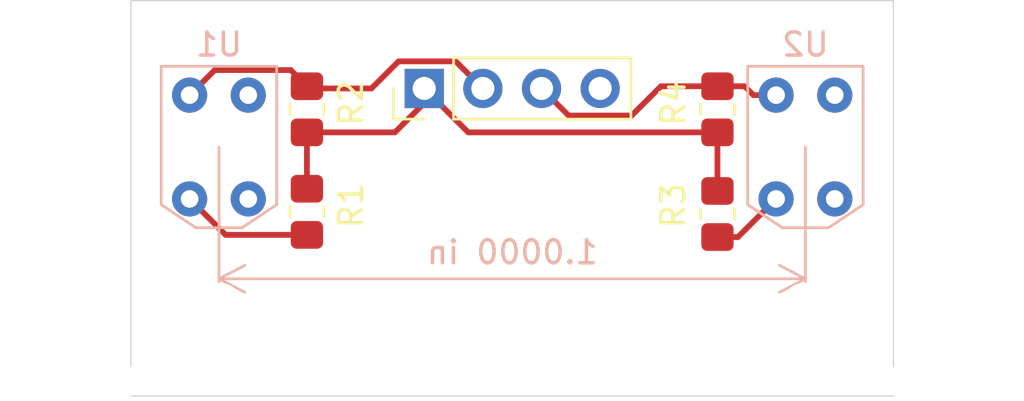
<source format=kicad_pcb>
(kicad_pcb (version 20171130) (host pcbnew "(5.1.8-0-10_14)")

  (general
    (thickness 1.6)
    (drawings 5)
    (tracks 26)
    (zones 0)
    (modules 9)
    (nets 7)
  )

  (page A4)
  (layers
    (0 F.Cu signal)
    (31 B.Cu signal)
    (32 B.Adhes user)
    (33 F.Adhes user)
    (34 B.Paste user)
    (35 F.Paste user)
    (36 B.SilkS user)
    (37 F.SilkS user)
    (38 B.Mask user)
    (39 F.Mask user)
    (40 Dwgs.User user)
    (41 Cmts.User user)
    (42 Eco1.User user)
    (43 Eco2.User user)
    (44 Edge.Cuts user)
    (45 Margin user)
    (46 B.CrtYd user)
    (47 F.CrtYd user)
    (48 B.Fab user)
    (49 F.Fab user)
  )

  (setup
    (last_trace_width 0.25)
    (trace_clearance 0.2)
    (zone_clearance 0.508)
    (zone_45_only no)
    (trace_min 0.2)
    (via_size 0.8)
    (via_drill 0.4)
    (via_min_size 0.4)
    (via_min_drill 0.3)
    (uvia_size 0.3)
    (uvia_drill 0.1)
    (uvias_allowed no)
    (uvia_min_size 0.2)
    (uvia_min_drill 0.1)
    (edge_width 0.05)
    (segment_width 0.2)
    (pcb_text_width 0.3)
    (pcb_text_size 1.5 1.5)
    (mod_edge_width 0.12)
    (mod_text_size 1 1)
    (mod_text_width 0.15)
    (pad_size 1.524 1.524)
    (pad_drill 0.762)
    (pad_to_mask_clearance 0)
    (aux_axis_origin 0 0)
    (visible_elements FFFFFF7F)
    (pcbplotparams
      (layerselection 0x010fc_ffffffff)
      (usegerberextensions false)
      (usegerberattributes true)
      (usegerberadvancedattributes true)
      (creategerberjobfile true)
      (excludeedgelayer true)
      (linewidth 0.100000)
      (plotframeref false)
      (viasonmask false)
      (mode 1)
      (useauxorigin false)
      (hpglpennumber 1)
      (hpglpenspeed 20)
      (hpglpendiameter 15.000000)
      (psnegative false)
      (psa4output false)
      (plotreference true)
      (plotvalue true)
      (plotinvisibletext false)
      (padsonsilk false)
      (subtractmaskfromsilk false)
      (outputformat 1)
      (mirror false)
      (drillshape 1)
      (scaleselection 1)
      (outputdirectory ""))
  )

  (net 0 "")
  (net 1 VCC)
  (net 2 "Net-(R1-Pad2)")
  (net 3 "Net-(R3-Pad2)")
  (net 4 GND)
  (net 5 /S1)
  (net 6 /S2)

  (net_class Default "This is the default net class."
    (clearance 0.2)
    (trace_width 0.25)
    (via_dia 0.8)
    (via_drill 0.4)
    (uvia_dia 0.3)
    (uvia_drill 0.1)
    (add_net /S1)
    (add_net /S2)
    (add_net GND)
    (add_net "Net-(R1-Pad2)")
    (add_net "Net-(R3-Pad2)")
    (add_net VCC)
  )

  (module MountingHole:MountingHole_2.2mm_M2 (layer F.Cu) (tedit 56D1B4CB) (tstamp 615BF557)
    (at 133.35 123.19)
    (descr "Mounting Hole 2.2mm, no annular, M2")
    (tags "mounting hole 2.2mm no annular m2")
    (attr virtual)
    (fp_text reference REF** (at 0 -3.2) (layer Dwgs.User)
      (effects (font (size 1 1) (thickness 0.15)))
    )
    (fp_text value MountingHole_2.2mm_M2 (at 0 3.2) (layer F.Fab)
      (effects (font (size 1 1) (thickness 0.15)))
    )
    (fp_text user %R (at 0.3 0) (layer F.Fab)
      (effects (font (size 1 1) (thickness 0.15)))
    )
    (fp_circle (center 0 0) (end 2.2 0) (layer Cmts.User) (width 0.15))
    (fp_circle (center 0 0) (end 2.45 0) (layer F.CrtYd) (width 0.05))
    (pad 1 np_thru_hole circle (at 0 0) (size 2.2 2.2) (drill 2.2) (layers *.Cu *.Mask))
  )

  (module MountingHole:MountingHole_2.2mm_M2 (layer F.Cu) (tedit 56D1B4CB) (tstamp 615BF5C6)
    (at 158.75 123.19)
    (descr "Mounting Hole 2.2mm, no annular, M2")
    (tags "mounting hole 2.2mm no annular m2")
    (attr virtual)
    (fp_text reference REF** (at 0 -3.2) (layer Dwgs.User)
      (effects (font (size 1 1) (thickness 0.15)))
    )
    (fp_text value MountingHole_2.2mm_M2 (at 0 3.2) (layer F.Fab)
      (effects (font (size 1 1) (thickness 0.15)))
    )
    (fp_text user %R (at 0.3 0) (layer F.Fab)
      (effects (font (size 1 1) (thickness 0.15)))
    )
    (fp_circle (center 0 0) (end 2.2 0) (layer Cmts.User) (width 0.15))
    (fp_circle (center 0 0) (end 2.45 0) (layer F.CrtYd) (width 0.05))
    (pad 1 np_thru_hole circle (at 0 0) (size 2.2 2.2) (drill 2.2) (layers *.Cu *.Mask))
  )

  (module Connector_PinHeader_2.54mm:PinHeader_1x04_P2.54mm_Vertical (layer F.Cu) (tedit 59FED5CC) (tstamp 615BE70D)
    (at 142.24 113.665 90)
    (descr "Through hole straight pin header, 1x04, 2.54mm pitch, single row")
    (tags "Through hole pin header THT 1x04 2.54mm single row")
    (path /615BCE3E)
    (fp_text reference J1 (at 0 3.81 180) (layer F.Fab)
      (effects (font (size 1 1) (thickness 0.15)))
    )
    (fp_text value Conn (at 0 9.95 90) (layer F.Fab)
      (effects (font (size 1 1) (thickness 0.15)))
    )
    (fp_line (start 1.8 -1.8) (end -1.8 -1.8) (layer F.CrtYd) (width 0.05))
    (fp_line (start 1.8 9.4) (end 1.8 -1.8) (layer F.CrtYd) (width 0.05))
    (fp_line (start -1.8 9.4) (end 1.8 9.4) (layer F.CrtYd) (width 0.05))
    (fp_line (start -1.8 -1.8) (end -1.8 9.4) (layer F.CrtYd) (width 0.05))
    (fp_line (start -1.33 -1.33) (end 0 -1.33) (layer F.SilkS) (width 0.12))
    (fp_line (start -1.33 0) (end -1.33 -1.33) (layer F.SilkS) (width 0.12))
    (fp_line (start -1.33 1.27) (end 1.33 1.27) (layer F.SilkS) (width 0.12))
    (fp_line (start 1.33 1.27) (end 1.33 8.95) (layer F.SilkS) (width 0.12))
    (fp_line (start -1.33 1.27) (end -1.33 8.95) (layer F.SilkS) (width 0.12))
    (fp_line (start -1.33 8.95) (end 1.33 8.95) (layer F.SilkS) (width 0.12))
    (fp_line (start -1.27 -0.635) (end -0.635 -1.27) (layer F.Fab) (width 0.1))
    (fp_line (start -1.27 8.89) (end -1.27 -0.635) (layer F.Fab) (width 0.1))
    (fp_line (start 1.27 8.89) (end -1.27 8.89) (layer F.Fab) (width 0.1))
    (fp_line (start 1.27 -1.27) (end 1.27 8.89) (layer F.Fab) (width 0.1))
    (fp_line (start -0.635 -1.27) (end 1.27 -1.27) (layer F.Fab) (width 0.1))
    (fp_text user %R (at 0 3.81 180) (layer F.Fab)
      (effects (font (size 1 1) (thickness 0.15)))
    )
    (pad 1 thru_hole rect (at 0 0 90) (size 1.7 1.7) (drill 1) (layers *.Cu *.Mask)
      (net 1 VCC))
    (pad 2 thru_hole oval (at 0 2.54 90) (size 1.7 1.7) (drill 1) (layers *.Cu *.Mask)
      (net 5 /S1))
    (pad 3 thru_hole oval (at 0 5.08 90) (size 1.7 1.7) (drill 1) (layers *.Cu *.Mask)
      (net 6 /S2))
    (pad 4 thru_hole oval (at 0 7.62 90) (size 1.7 1.7) (drill 1) (layers *.Cu *.Mask)
      (net 4 GND))
    (model ${KISYS3DMOD}/Connector_PinHeader_2.54mm.3dshapes/PinHeader_1x04_P2.54mm_Vertical.wrl
      (at (xyz 0 0 0))
      (scale (xyz 1 1 1))
      (rotate (xyz 0 0 0))
    )
  )

  (module Resistor_SMD:R_0805_2012Metric_Pad1.20x1.40mm_HandSolder (layer F.Cu) (tedit 5F68FEEE) (tstamp 615BDFFB)
    (at 137.16 119.015 270)
    (descr "Resistor SMD 0805 (2012 Metric), square (rectangular) end terminal, IPC_7351 nominal with elongated pad for handsoldering. (Body size source: IPC-SM-782 page 72, https://www.pcb-3d.com/wordpress/wp-content/uploads/ipc-sm-782a_amendment_1_and_2.pdf), generated with kicad-footprint-generator")
    (tags "resistor handsolder")
    (path /615B5E62)
    (attr smd)
    (fp_text reference R1 (at -0.27 -1.905 270) (layer F.SilkS)
      (effects (font (size 1 1) (thickness 0.15)))
    )
    (fp_text value 200 (at 0 -1.905 90) (layer F.Fab)
      (effects (font (size 1 1) (thickness 0.15)))
    )
    (fp_line (start 1.85 0.95) (end -1.85 0.95) (layer F.CrtYd) (width 0.05))
    (fp_line (start 1.85 -0.95) (end 1.85 0.95) (layer F.CrtYd) (width 0.05))
    (fp_line (start -1.85 -0.95) (end 1.85 -0.95) (layer F.CrtYd) (width 0.05))
    (fp_line (start -1.85 0.95) (end -1.85 -0.95) (layer F.CrtYd) (width 0.05))
    (fp_line (start -0.227064 0.735) (end 0.227064 0.735) (layer F.SilkS) (width 0.12))
    (fp_line (start -0.227064 -0.735) (end 0.227064 -0.735) (layer F.SilkS) (width 0.12))
    (fp_line (start 1 0.625) (end -1 0.625) (layer F.Fab) (width 0.1))
    (fp_line (start 1 -0.625) (end 1 0.625) (layer F.Fab) (width 0.1))
    (fp_line (start -1 -0.625) (end 1 -0.625) (layer F.Fab) (width 0.1))
    (fp_line (start -1 0.625) (end -1 -0.625) (layer F.Fab) (width 0.1))
    (fp_text user %R (at 0 0 90) (layer F.Fab)
      (effects (font (size 0.5 0.5) (thickness 0.08)))
    )
    (pad 1 smd roundrect (at -1 0 270) (size 1.2 1.4) (layers F.Cu F.Paste F.Mask) (roundrect_rratio 0.208333)
      (net 1 VCC))
    (pad 2 smd roundrect (at 1 0 270) (size 1.2 1.4) (layers F.Cu F.Paste F.Mask) (roundrect_rratio 0.208333)
      (net 2 "Net-(R1-Pad2)"))
    (model ${KISYS3DMOD}/Resistor_SMD.3dshapes/R_0805_2012Metric.wrl
      (at (xyz 0 0 0))
      (scale (xyz 1 1 1))
      (rotate (xyz 0 0 0))
    )
  )

  (module Resistor_SMD:R_0805_2012Metric_Pad1.20x1.40mm_HandSolder (layer F.Cu) (tedit 5F68FEEE) (tstamp 615BE00C)
    (at 137.16 114.57 90)
    (descr "Resistor SMD 0805 (2012 Metric), square (rectangular) end terminal, IPC_7351 nominal with elongated pad for handsoldering. (Body size source: IPC-SM-782 page 72, https://www.pcb-3d.com/wordpress/wp-content/uploads/ipc-sm-782a_amendment_1_and_2.pdf), generated with kicad-footprint-generator")
    (tags "resistor handsolder")
    (path /615B6D57)
    (attr smd)
    (fp_text reference R2 (at 0.27 1.905 270) (layer F.SilkS)
      (effects (font (size 1 1) (thickness 0.15)))
    )
    (fp_text value 10K (at 0 1.65 90) (layer F.Fab)
      (effects (font (size 1 1) (thickness 0.15)))
    )
    (fp_text user %R (at 0 0 90) (layer F.Fab)
      (effects (font (size 0.5 0.5) (thickness 0.08)))
    )
    (fp_line (start -1 0.625) (end -1 -0.625) (layer F.Fab) (width 0.1))
    (fp_line (start -1 -0.625) (end 1 -0.625) (layer F.Fab) (width 0.1))
    (fp_line (start 1 -0.625) (end 1 0.625) (layer F.Fab) (width 0.1))
    (fp_line (start 1 0.625) (end -1 0.625) (layer F.Fab) (width 0.1))
    (fp_line (start -0.227064 -0.735) (end 0.227064 -0.735) (layer F.SilkS) (width 0.12))
    (fp_line (start -0.227064 0.735) (end 0.227064 0.735) (layer F.SilkS) (width 0.12))
    (fp_line (start -1.85 0.95) (end -1.85 -0.95) (layer F.CrtYd) (width 0.05))
    (fp_line (start -1.85 -0.95) (end 1.85 -0.95) (layer F.CrtYd) (width 0.05))
    (fp_line (start 1.85 -0.95) (end 1.85 0.95) (layer F.CrtYd) (width 0.05))
    (fp_line (start 1.85 0.95) (end -1.85 0.95) (layer F.CrtYd) (width 0.05))
    (pad 2 smd roundrect (at 1 0 90) (size 1.2 1.4) (layers F.Cu F.Paste F.Mask) (roundrect_rratio 0.208333)
      (net 5 /S1))
    (pad 1 smd roundrect (at -1 0 90) (size 1.2 1.4) (layers F.Cu F.Paste F.Mask) (roundrect_rratio 0.208333)
      (net 1 VCC))
    (model ${KISYS3DMOD}/Resistor_SMD.3dshapes/R_0805_2012Metric.wrl
      (at (xyz 0 0 0))
      (scale (xyz 1 1 1))
      (rotate (xyz 0 0 0))
    )
  )

  (module Resistor_SMD:R_0805_2012Metric_Pad1.20x1.40mm_HandSolder (layer F.Cu) (tedit 5F68FEEE) (tstamp 615BE01D)
    (at 154.94 119.11 270)
    (descr "Resistor SMD 0805 (2012 Metric), square (rectangular) end terminal, IPC_7351 nominal with elongated pad for handsoldering. (Body size source: IPC-SM-782 page 72, https://www.pcb-3d.com/wordpress/wp-content/uploads/ipc-sm-782a_amendment_1_and_2.pdf), generated with kicad-footprint-generator")
    (tags "resistor handsolder")
    (path /615BE5B5)
    (attr smd)
    (fp_text reference R3 (at -0.365 1.905 270) (layer F.SilkS)
      (effects (font (size 1 1) (thickness 0.15)))
    )
    (fp_text value 200 (at 0 1.65 90) (layer F.Fab)
      (effects (font (size 1 1) (thickness 0.15)))
    )
    (fp_line (start 1.85 0.95) (end -1.85 0.95) (layer F.CrtYd) (width 0.05))
    (fp_line (start 1.85 -0.95) (end 1.85 0.95) (layer F.CrtYd) (width 0.05))
    (fp_line (start -1.85 -0.95) (end 1.85 -0.95) (layer F.CrtYd) (width 0.05))
    (fp_line (start -1.85 0.95) (end -1.85 -0.95) (layer F.CrtYd) (width 0.05))
    (fp_line (start -0.227064 0.735) (end 0.227064 0.735) (layer F.SilkS) (width 0.12))
    (fp_line (start -0.227064 -0.735) (end 0.227064 -0.735) (layer F.SilkS) (width 0.12))
    (fp_line (start 1 0.625) (end -1 0.625) (layer F.Fab) (width 0.1))
    (fp_line (start 1 -0.625) (end 1 0.625) (layer F.Fab) (width 0.1))
    (fp_line (start -1 -0.625) (end 1 -0.625) (layer F.Fab) (width 0.1))
    (fp_line (start -1 0.625) (end -1 -0.625) (layer F.Fab) (width 0.1))
    (fp_text user %R (at 0 0 90) (layer F.Fab)
      (effects (font (size 0.5 0.5) (thickness 0.08)))
    )
    (pad 1 smd roundrect (at -1 0 270) (size 1.2 1.4) (layers F.Cu F.Paste F.Mask) (roundrect_rratio 0.208333)
      (net 1 VCC))
    (pad 2 smd roundrect (at 1 0 270) (size 1.2 1.4) (layers F.Cu F.Paste F.Mask) (roundrect_rratio 0.208333)
      (net 3 "Net-(R3-Pad2)"))
    (model ${KISYS3DMOD}/Resistor_SMD.3dshapes/R_0805_2012Metric.wrl
      (at (xyz 0 0 0))
      (scale (xyz 1 1 1))
      (rotate (xyz 0 0 0))
    )
  )

  (module Resistor_SMD:R_0805_2012Metric_Pad1.20x1.40mm_HandSolder (layer F.Cu) (tedit 5F68FEEE) (tstamp 615BE613)
    (at 154.94 114.57 90)
    (descr "Resistor SMD 0805 (2012 Metric), square (rectangular) end terminal, IPC_7351 nominal with elongated pad for handsoldering. (Body size source: IPC-SM-782 page 72, https://www.pcb-3d.com/wordpress/wp-content/uploads/ipc-sm-782a_amendment_1_and_2.pdf), generated with kicad-footprint-generator")
    (tags "resistor handsolder")
    (path /615BE5C6)
    (attr smd)
    (fp_text reference R4 (at 0.27 -1.905 270) (layer F.SilkS)
      (effects (font (size 1 1) (thickness 0.15)))
    )
    (fp_text value 10K (at 0 1.65 90) (layer F.Fab)
      (effects (font (size 1 1) (thickness 0.15)))
    )
    (fp_text user %R (at 0 0 90) (layer F.Fab)
      (effects (font (size 0.5 0.5) (thickness 0.08)))
    )
    (fp_line (start -1 0.625) (end -1 -0.625) (layer F.Fab) (width 0.1))
    (fp_line (start -1 -0.625) (end 1 -0.625) (layer F.Fab) (width 0.1))
    (fp_line (start 1 -0.625) (end 1 0.625) (layer F.Fab) (width 0.1))
    (fp_line (start 1 0.625) (end -1 0.625) (layer F.Fab) (width 0.1))
    (fp_line (start -0.227064 -0.735) (end 0.227064 -0.735) (layer F.SilkS) (width 0.12))
    (fp_line (start -0.227064 0.735) (end 0.227064 0.735) (layer F.SilkS) (width 0.12))
    (fp_line (start -1.85 0.95) (end -1.85 -0.95) (layer F.CrtYd) (width 0.05))
    (fp_line (start -1.85 -0.95) (end 1.85 -0.95) (layer F.CrtYd) (width 0.05))
    (fp_line (start 1.85 -0.95) (end 1.85 0.95) (layer F.CrtYd) (width 0.05))
    (fp_line (start 1.85 0.95) (end -1.85 0.95) (layer F.CrtYd) (width 0.05))
    (pad 2 smd roundrect (at 1 0 90) (size 1.2 1.4) (layers F.Cu F.Paste F.Mask) (roundrect_rratio 0.208333)
      (net 6 /S2))
    (pad 1 smd roundrect (at -1 0 90) (size 1.2 1.4) (layers F.Cu F.Paste F.Mask) (roundrect_rratio 0.208333)
      (net 1 VCC))
    (model ${KISYS3DMOD}/Resistor_SMD.3dshapes/R_0805_2012Metric.wrl
      (at (xyz 0 0 0))
      (scale (xyz 1 1 1))
      (rotate (xyz 0 0 0))
    )
  )

  (module wsh:TCRT5000 (layer B.Cu) (tedit 615B26CA) (tstamp 615BF589)
    (at 133.35 116.205 270)
    (path /615B2DDE)
    (fp_text reference U1 (at -4.445 0 180) (layer B.SilkS)
      (effects (font (size 1 1) (thickness 0.15)) (justify mirror))
    )
    (fp_text value TCRT5000 (at 0 3.81 270) (layer B.Fab)
      (effects (font (size 1 1) (thickness 0.15)) (justify mirror))
    )
    (fp_line (start 2.5 2.5) (end -3.5 2.5) (layer B.SilkS) (width 0.12))
    (fp_line (start 3.5 1) (end 2.5 2.5) (layer B.SilkS) (width 0.12))
    (fp_line (start 3.5 -1) (end 3.5 1) (layer B.SilkS) (width 0.12))
    (fp_line (start 2.5 -2.5) (end 3.5 -1) (layer B.SilkS) (width 0.12))
    (fp_line (start -3.5 -2.5) (end 2.5 -2.5) (layer B.SilkS) (width 0.12))
    (fp_line (start -3.5 2.5) (end -3.5 -2.5) (layer B.SilkS) (width 0.12))
    (pad 4 thru_hole circle (at -2.25 -1.27 270) (size 1.524 1.524) (drill 0.762) (layers *.Cu *.Mask)
      (net 4 GND))
    (pad 3 thru_hole circle (at -2.25 1.27 270) (size 1.524 1.524) (drill 0.762) (layers *.Cu *.Mask)
      (net 5 /S1))
    (pad 2 thru_hole circle (at 2.25 1.27 270) (size 1.524 1.524) (drill 0.762) (layers *.Cu *.Mask)
      (net 2 "Net-(R1-Pad2)"))
    (pad 1 thru_hole circle (at 2.25 -1.27 270) (size 1.524 1.524) (drill 0.762) (layers *.Cu *.Mask)
      (net 4 GND))
  )

  (module wsh:TCRT5000 (layer B.Cu) (tedit 615B26CA) (tstamp 615BEAC7)
    (at 158.75 116.205 270)
    (path /615BE5A9)
    (fp_text reference U2 (at -4.445 0 180) (layer B.SilkS)
      (effects (font (size 1 1) (thickness 0.15)) (justify mirror))
    )
    (fp_text value TCRT5000 (at 0 3.81 270) (layer B.Fab)
      (effects (font (size 1 1) (thickness 0.15)) (justify mirror))
    )
    (fp_line (start -3.5 2.5) (end -3.5 -2.5) (layer B.SilkS) (width 0.12))
    (fp_line (start -3.5 -2.5) (end 2.5 -2.5) (layer B.SilkS) (width 0.12))
    (fp_line (start 2.5 -2.5) (end 3.5 -1) (layer B.SilkS) (width 0.12))
    (fp_line (start 3.5 -1) (end 3.5 1) (layer B.SilkS) (width 0.12))
    (fp_line (start 3.5 1) (end 2.5 2.5) (layer B.SilkS) (width 0.12))
    (fp_line (start 2.5 2.5) (end -3.5 2.5) (layer B.SilkS) (width 0.12))
    (pad 1 thru_hole circle (at 2.25 -1.27 270) (size 1.524 1.524) (drill 0.762) (layers *.Cu *.Mask)
      (net 4 GND))
    (pad 2 thru_hole circle (at 2.25 1.27 270) (size 1.524 1.524) (drill 0.762) (layers *.Cu *.Mask)
      (net 3 "Net-(R3-Pad2)"))
    (pad 3 thru_hole circle (at -2.25 1.27 270) (size 1.524 1.524) (drill 0.762) (layers *.Cu *.Mask)
      (net 6 /S2))
    (pad 4 thru_hole circle (at -2.25 -1.27 270) (size 1.524 1.524) (drill 0.762) (layers *.Cu *.Mask)
      (net 4 GND))
  )

  (gr_line (start 162.56 109.855) (end 129.54 109.855) (layer Edge.Cuts) (width 0.05) (tstamp 615BF71D))
  (gr_line (start 162.56 125.73) (end 162.56 109.855) (layer Edge.Cuts) (width 0.05))
  (gr_line (start 129.54 127) (end 162.56 127) (layer Edge.Cuts) (width 0.05))
  (gr_line (start 129.54 109.855) (end 129.54 125.73) (layer Edge.Cuts) (width 0.05))
  (dimension 25.4 (width 0.12) (layer B.SilkS)
    (gr_text "1.0000 in" (at 146.05 123.189999) (layer B.SilkS) (tstamp 615BF5F6)
      (effects (font (size 1 1) (thickness 0.15)) (justify mirror))
    )
    (feature1 (pts (xy 158.75 116.205) (xy 158.75 122.50642)))
    (feature2 (pts (xy 133.35 116.205) (xy 133.35 122.50642)))
    (crossbar (pts (xy 133.35 121.919999) (xy 158.75 121.919999)))
    (arrow1a (pts (xy 158.75 121.919999) (xy 157.623496 122.50642)))
    (arrow1b (pts (xy 158.75 121.919999) (xy 157.623496 121.333578)))
    (arrow2a (pts (xy 133.35 121.919999) (xy 134.476504 122.50642)))
    (arrow2b (pts (xy 133.35 121.919999) (xy 134.476504 121.333578)))
  )

  (segment (start 142.24 113.665) (end 142.24 114.3) (width 0.25) (layer F.Cu) (net 1))
  (segment (start 140.97 115.57) (end 137.16 115.57) (width 0.25) (layer F.Cu) (net 1))
  (segment (start 142.24 114.3) (end 140.97 115.57) (width 0.25) (layer F.Cu) (net 1))
  (segment (start 137.16 115.57) (end 137.16 118.015) (width 0.25) (layer F.Cu) (net 1))
  (segment (start 144.145 115.57) (end 154.94 115.57) (width 0.25) (layer F.Cu) (net 1))
  (segment (start 142.24 113.665) (end 144.145 115.57) (width 0.25) (layer F.Cu) (net 1))
  (segment (start 154.94 118.11) (end 154.94 115.57) (width 0.25) (layer F.Cu) (net 1))
  (segment (start 133.64 120.015) (end 137.16 120.015) (width 0.25) (layer F.Cu) (net 2))
  (segment (start 132.08 118.455) (end 133.64 120.015) (width 0.25) (layer F.Cu) (net 2))
  (segment (start 155.825 120.11) (end 154.94 120.11) (width 0.25) (layer F.Cu) (net 3))
  (segment (start 157.48 118.455) (end 155.825 120.11) (width 0.25) (layer F.Cu) (net 3))
  (segment (start 137.255 113.665) (end 137.16 113.57) (width 0.25) (layer F.Cu) (net 5))
  (segment (start 139.954998 113.665) (end 137.255 113.665) (width 0.25) (layer F.Cu) (net 5))
  (segment (start 143.604999 112.489999) (end 141.129999 112.489999) (width 0.25) (layer F.Cu) (net 5))
  (segment (start 141.129999 112.489999) (end 139.954998 113.665) (width 0.25) (layer F.Cu) (net 5))
  (segment (start 144.78 113.665) (end 143.604999 112.489999) (width 0.25) (layer F.Cu) (net 5))
  (segment (start 133.167001 112.867999) (end 132.08 113.955) (width 0.25) (layer F.Cu) (net 5))
  (segment (start 136.457999 112.867999) (end 133.167001 112.867999) (width 0.25) (layer F.Cu) (net 5))
  (segment (start 137.16 113.57) (end 136.457999 112.867999) (width 0.25) (layer F.Cu) (net 5))
  (segment (start 148.495001 114.840001) (end 151.224999 114.840001) (width 0.25) (layer F.Cu) (net 6))
  (segment (start 147.32 113.665) (end 148.495001 114.840001) (width 0.25) (layer F.Cu) (net 6))
  (segment (start 152.495 113.57) (end 154.94 113.57) (width 0.25) (layer F.Cu) (net 6))
  (segment (start 151.224999 114.840001) (end 152.495 113.57) (width 0.25) (layer F.Cu) (net 6))
  (segment (start 157.48 113.955) (end 156.5 113.955) (width 0.25) (layer F.Cu) (net 6))
  (segment (start 156.115 113.57) (end 154.94 113.57) (width 0.25) (layer F.Cu) (net 6))
  (segment (start 156.5 113.955) (end 156.115 113.57) (width 0.25) (layer F.Cu) (net 6))

)

</source>
